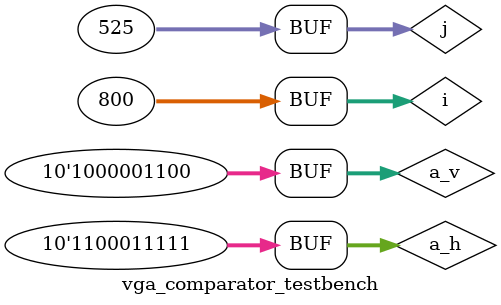
<source format=v>
`timescale 1ns / 1ps


module vga_comparator (
   output wire       lt,
   input  wire [9:0] a,
   input  wire [9:0] b
);

   assign lt = a < b;
endmodule

module vga_comparator_testbench ();
   wire       HS, VS;
   reg  [9:0] a_h, a_v;

   vga_comparator comp_h (.lt(HS), .a(a_h), .b(10'd96));
   vga_comparator comp_v (.lt(VS), .a(a_v), .b(10'd2));

   integer i, j;
   initial begin
      for (j = 0; j < 4; j = j + 1) begin
         a_v = j;
         for (i = 0; i < 100; i = i + 1) begin
            a_h = i; #10;
         end

         for (i = 790; i < 800; i = i + 1) begin
            a_h = i; #10;
         end
      end

      for (j = 500; j < 525; j = j + 1) begin
         a_v = j; #10;
      end
   end
endmodule

</source>
